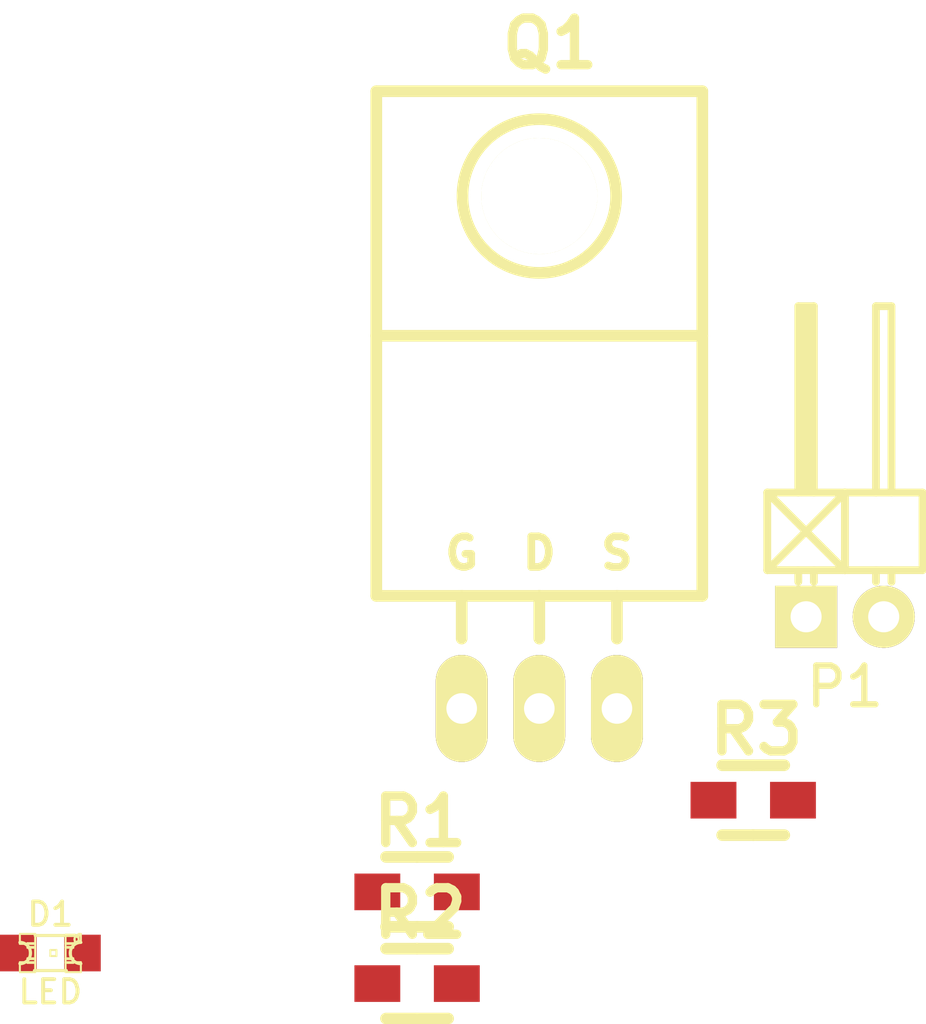
<source format=kicad_pcb>
(kicad_pcb (version 3) (host pcbnew "(2014-06-12 BZR 4941)-kicad")

  (general
    (links 7)
    (no_connects 3)
    (area 0 0 0 0)
    (thickness 1.6)
    (drawings 0)
    (tracks 0)
    (zones 0)
    (modules 6)
    (nets 5)
  )

  (page A4)
  (layers
    (15 F.Cu signal)
    (0 B.Cu signal)
    (16 B.Adhes user)
    (17 F.Adhes user)
    (18 B.Paste user)
    (19 F.Paste user)
    (20 B.SilkS user)
    (21 F.SilkS user)
    (22 B.Mask user)
    (23 F.Mask user)
    (24 Dwgs.User user)
    (25 Cmts.User user)
    (26 Eco1.User user)
    (27 Eco2.User user)
    (28 Edge.Cuts user)
  )

  (setup
    (last_trace_width 0.254)
    (trace_clearance 0.254)
    (zone_clearance 0.508)
    (zone_45_only no)
    (trace_min 0.254)
    (segment_width 0.2)
    (edge_width 0.1)
    (via_size 0.889)
    (via_drill 0.635)
    (via_min_size 0.889)
    (via_min_drill 0.508)
    (uvia_size 0.508)
    (uvia_drill 0.127)
    (uvias_allowed no)
    (uvia_min_size 0.508)
    (uvia_min_drill 0.127)
    (pcb_text_width 0.3)
    (pcb_text_size 1.5 1.5)
    (mod_edge_width 0.15)
    (mod_text_size 1 1)
    (mod_text_width 0.15)
    (pad_size 1.5 1.5)
    (pad_drill 0.6)
    (pad_to_mask_clearance 0)
    (aux_axis_origin 0 0)
    (visible_elements FFFFFF7F)
    (pcbplotparams
      (layerselection 3178497)
      (usegerberextensions true)
      (excludeedgelayer true)
      (linewidth 0.100000)
      (plotframeref false)
      (viasonmask false)
      (mode 1)
      (useauxorigin false)
      (hpglpennumber 1)
      (hpglpenspeed 20)
      (hpglpendiameter 15)
      (hpglpenoverlay 2)
      (psnegative false)
      (psa4output false)
      (plotreference true)
      (plotvalue true)
      (plotinvisibletext false)
      (padsonsilk false)
      (subtractmaskfromsilk false)
      (outputformat 1)
      (mirror false)
      (drillshape 1)
      (scaleselection 1)
      (outputdirectory ""))
  )

  (net 0 "")
  (net 1 "Net-(D1-Pad1)")
  (net 2 GND)
  (net 3 "Net-(P1-Pad2)")
  (net 4 "Net-(Q1-PadG)")

  (net_class Default "This is the default net class."
    (clearance 0.254)
    (trace_width 0.254)
    (via_dia 0.889)
    (via_drill 0.635)
    (uvia_dia 0.508)
    (uvia_drill 0.127)
    (add_net GND)
    (add_net "Net-(D1-Pad1)")
    (add_net "Net-(P1-Pad2)")
    (add_net "Net-(Q1-PadG)")
  )

  (module LEDs:LED-0805 (layer F.Cu) (tedit 539AF6DF) (tstamp 539AF7C4)
    (at 142 98)
    (descr "LED 0805 smd package")
    (tags "LED 0805 SMD")
    (path /52F7A220)
    (attr smd)
    (fp_text reference D1 (at 0 -1.27) (layer F.SilkS)
      (effects (font (size 0.762 0.762) (thickness 0.127)))
    )
    (fp_text value LED (at 0 1.27) (layer F.SilkS)
      (effects (font (size 0.762 0.762) (thickness 0.127)))
    )
    (fp_line (start 0.49784 0.29972) (end 0.49784 0.62484) (layer F.SilkS) (width 0.06604))
    (fp_line (start 0.49784 0.62484) (end 0.99822 0.62484) (layer F.SilkS) (width 0.06604))
    (fp_line (start 0.99822 0.29972) (end 0.99822 0.62484) (layer F.SilkS) (width 0.06604))
    (fp_line (start 0.49784 0.29972) (end 0.99822 0.29972) (layer F.SilkS) (width 0.06604))
    (fp_line (start 0.49784 -0.32258) (end 0.49784 -0.17272) (layer F.SilkS) (width 0.06604))
    (fp_line (start 0.49784 -0.17272) (end 0.7493 -0.17272) (layer F.SilkS) (width 0.06604))
    (fp_line (start 0.7493 -0.32258) (end 0.7493 -0.17272) (layer F.SilkS) (width 0.06604))
    (fp_line (start 0.49784 -0.32258) (end 0.7493 -0.32258) (layer F.SilkS) (width 0.06604))
    (fp_line (start 0.49784 0.17272) (end 0.49784 0.32258) (layer F.SilkS) (width 0.06604))
    (fp_line (start 0.49784 0.32258) (end 0.7493 0.32258) (layer F.SilkS) (width 0.06604))
    (fp_line (start 0.7493 0.17272) (end 0.7493 0.32258) (layer F.SilkS) (width 0.06604))
    (fp_line (start 0.49784 0.17272) (end 0.7493 0.17272) (layer F.SilkS) (width 0.06604))
    (fp_line (start 0.49784 -0.19812) (end 0.49784 0.19812) (layer F.SilkS) (width 0.06604))
    (fp_line (start 0.49784 0.19812) (end 0.6731 0.19812) (layer F.SilkS) (width 0.06604))
    (fp_line (start 0.6731 -0.19812) (end 0.6731 0.19812) (layer F.SilkS) (width 0.06604))
    (fp_line (start 0.49784 -0.19812) (end 0.6731 -0.19812) (layer F.SilkS) (width 0.06604))
    (fp_line (start -0.99822 0.29972) (end -0.99822 0.62484) (layer F.SilkS) (width 0.06604))
    (fp_line (start -0.99822 0.62484) (end -0.49784 0.62484) (layer F.SilkS) (width 0.06604))
    (fp_line (start -0.49784 0.29972) (end -0.49784 0.62484) (layer F.SilkS) (width 0.06604))
    (fp_line (start -0.99822 0.29972) (end -0.49784 0.29972) (layer F.SilkS) (width 0.06604))
    (fp_line (start -0.99822 -0.62484) (end -0.99822 -0.29972) (layer F.SilkS) (width 0.06604))
    (fp_line (start -0.99822 -0.29972) (end -0.49784 -0.29972) (layer F.SilkS) (width 0.06604))
    (fp_line (start -0.49784 -0.62484) (end -0.49784 -0.29972) (layer F.SilkS) (width 0.06604))
    (fp_line (start -0.99822 -0.62484) (end -0.49784 -0.62484) (layer F.SilkS) (width 0.06604))
    (fp_line (start -0.7493 0.17272) (end -0.7493 0.32258) (layer F.SilkS) (width 0.06604))
    (fp_line (start -0.7493 0.32258) (end -0.49784 0.32258) (layer F.SilkS) (width 0.06604))
    (fp_line (start -0.49784 0.17272) (end -0.49784 0.32258) (layer F.SilkS) (width 0.06604))
    (fp_line (start -0.7493 0.17272) (end -0.49784 0.17272) (layer F.SilkS) (width 0.06604))
    (fp_line (start -0.7493 -0.32258) (end -0.7493 -0.17272) (layer F.SilkS) (width 0.06604))
    (fp_line (start -0.7493 -0.17272) (end -0.49784 -0.17272) (layer F.SilkS) (width 0.06604))
    (fp_line (start -0.49784 -0.32258) (end -0.49784 -0.17272) (layer F.SilkS) (width 0.06604))
    (fp_line (start -0.7493 -0.32258) (end -0.49784 -0.32258) (layer F.SilkS) (width 0.06604))
    (fp_line (start -0.6731 -0.19812) (end -0.6731 0.19812) (layer F.SilkS) (width 0.06604))
    (fp_line (start -0.6731 0.19812) (end -0.49784 0.19812) (layer F.SilkS) (width 0.06604))
    (fp_line (start -0.49784 -0.19812) (end -0.49784 0.19812) (layer F.SilkS) (width 0.06604))
    (fp_line (start -0.6731 -0.19812) (end -0.49784 -0.19812) (layer F.SilkS) (width 0.06604))
    (fp_line (start 0 -0.09906) (end 0 0.09906) (layer F.SilkS) (width 0.06604))
    (fp_line (start 0 0.09906) (end 0.19812 0.09906) (layer F.SilkS) (width 0.06604))
    (fp_line (start 0.19812 -0.09906) (end 0.19812 0.09906) (layer F.SilkS) (width 0.06604))
    (fp_line (start 0 -0.09906) (end 0.19812 -0.09906) (layer F.SilkS) (width 0.06604))
    (fp_line (start 0.49784 -0.59944) (end 0.49784 -0.29972) (layer F.SilkS) (width 0.06604))
    (fp_line (start 0.49784 -0.29972) (end 0.79756 -0.29972) (layer F.SilkS) (width 0.06604))
    (fp_line (start 0.79756 -0.59944) (end 0.79756 -0.29972) (layer F.SilkS) (width 0.06604))
    (fp_line (start 0.49784 -0.59944) (end 0.79756 -0.59944) (layer F.SilkS) (width 0.06604))
    (fp_line (start 0.92456 -0.62484) (end 0.92456 -0.39878) (layer F.SilkS) (width 0.06604))
    (fp_line (start 0.92456 -0.39878) (end 0.99822 -0.39878) (layer F.SilkS) (width 0.06604))
    (fp_line (start 0.99822 -0.62484) (end 0.99822 -0.39878) (layer F.SilkS) (width 0.06604))
    (fp_line (start 0.92456 -0.62484) (end 0.99822 -0.62484) (layer F.SilkS) (width 0.06604))
    (fp_line (start 0.52324 0.57404) (end -0.52324 0.57404) (layer F.SilkS) (width 0.1016))
    (fp_line (start -0.49784 -0.57404) (end 0.92456 -0.57404) (layer F.SilkS) (width 0.1016))
    (fp_circle (center 0.84836 -0.44958) (end 0.89916 -0.50038) (layer F.SilkS) (width 0.0508))
    (fp_arc (start 0.99822 0) (end 0.99822 0.34798) (angle 180) (layer F.SilkS) (width 0.1016))
    (fp_arc (start -0.99822 0) (end -0.99822 -0.34798) (angle 180) (layer F.SilkS) (width 0.1016))
    (pad 1 smd rect (at -1.04902 0) (size 1.19888 1.19888) (layers F.Cu F.Paste F.Mask)
      (net 1 "Net-(D1-Pad1)"))
    (pad 2 smd rect (at 1.04902 0) (size 1.19888 1.19888) (layers F.Cu F.Paste F.Mask)
      (net 2 GND))
  )

  (module Pin_Headers:Pin_Header_Angled_1x02 (layer F.Cu) (tedit 539AF6DF) (tstamp 539AF7E3)
    (at 168 87)
    (descr "1 pin")
    (tags "CONN DEV")
    (path /52F7A037)
    (fp_text reference P1 (at 0 2.286) (layer F.SilkS)
      (effects (font (size 1.27 1.27) (thickness 0.2032)))
    )
    (fp_text value INPUT (at 0 0) (layer F.SilkS) hide
      (effects (font (size 1.27 1.27) (thickness 0.2032)))
    )
    (fp_line (start 0 -4.064) (end -2.54 -1.524) (layer F.SilkS) (width 0.254))
    (fp_line (start -2.54 -4.064) (end 0 -1.524) (layer F.SilkS) (width 0.254))
    (fp_line (start -1.397 -4.191) (end -1.397 -10.033) (layer F.SilkS) (width 0.254))
    (fp_line (start -1.397 -10.033) (end -1.143 -10.033) (layer F.SilkS) (width 0.254))
    (fp_line (start -1.143 -10.033) (end -1.143 -4.191) (layer F.SilkS) (width 0.254))
    (fp_line (start -1.143 -4.191) (end -1.27 -4.191) (layer F.SilkS) (width 0.254))
    (fp_line (start -1.27 -4.191) (end -1.27 -10.033) (layer F.SilkS) (width 0.254))
    (fp_line (start -1.524 -1.524) (end -1.524 -1.143) (layer F.SilkS) (width 0.254))
    (fp_line (start -1.016 -1.524) (end -1.016 -1.143) (layer F.SilkS) (width 0.254))
    (fp_line (start 1.016 -1.524) (end 1.016 -1.143) (layer F.SilkS) (width 0.254))
    (fp_line (start 1.524 -1.524) (end 1.524 -1.143) (layer F.SilkS) (width 0.254))
    (fp_line (start -2.54 -1.524) (end -2.54 -4.064) (layer F.SilkS) (width 0.254))
    (fp_line (start 0 -1.524) (end 0 -4.064) (layer F.SilkS) (width 0.254))
    (fp_line (start 0 -1.524) (end 2.54 -1.524) (layer F.SilkS) (width 0.254))
    (fp_line (start 2.54 -1.524) (end 2.54 -4.064) (layer F.SilkS) (width 0.254))
    (fp_line (start 1.016 -4.064) (end 1.016 -10.16) (layer F.SilkS) (width 0.254))
    (fp_line (start 1.016 -10.16) (end 1.524 -10.16) (layer F.SilkS) (width 0.254))
    (fp_line (start 1.524 -10.16) (end 1.524 -4.064) (layer F.SilkS) (width 0.254))
    (fp_line (start 2.54 -4.064) (end 0 -4.064) (layer F.SilkS) (width 0.254))
    (fp_line (start 0 -4.064) (end -2.54 -4.064) (layer F.SilkS) (width 0.254))
    (fp_line (start -1.016 -10.16) (end -1.016 -4.064) (layer F.SilkS) (width 0.254))
    (fp_line (start -1.524 -10.16) (end -1.016 -10.16) (layer F.SilkS) (width 0.254))
    (fp_line (start -1.524 -4.064) (end -1.524 -10.16) (layer F.SilkS) (width 0.254))
    (fp_line (start 0 -1.524) (end 0 -4.064) (layer F.SilkS) (width 0.254))
    (fp_line (start -2.54 -1.524) (end 0 -1.524) (layer F.SilkS) (width 0.254))
    (pad 1 thru_hole rect (at -1.27 0) (size 2.032 2.032) (drill 1.016) (layers *.Cu *.Mask F.SilkS)
      (net 2 GND))
    (pad 2 thru_hole oval (at 1.27 0) (size 2.032 2.032) (drill 1.016) (layers *.Cu *.Mask F.SilkS)
      (net 3 "Net-(P1-Pad2)"))
    (model Pin_Headers/Pin_Header_Angled_1x02.wrl
      (at (xyz 0 0 0))
      (scale (xyz 1 1 1))
      (rotate (xyz 0 0 0))
    )
  )

  (module Transistors_TO-220:TO-220_FET-GDS_Horizontal_LargePads (layer F.Cu) (tedit 539AF62F) (tstamp 539AF7FA)
    (at 158 90)
    (descr "TO-220, FET-GDS, Horizontal, Large Pads,")
    (tags "TO-220, FET-GDS, Horizontal, Large Pads,")
    (path /52F79D2B)
    (fp_text reference Q1 (at 0.35052 -21.75002) (layer F.SilkS)
      (effects (font (thickness 0.3048)))
    )
    (fp_text value SUP85 (at 0.50038 4.59994) (layer F.SilkS) hide
      (effects (font (thickness 0.3048)))
    )
    (fp_text user G (at -2.54 -5.08) (layer F.SilkS)
      (effects (font (size 1.00076 1.00076) (thickness 0.25146)))
    )
    (fp_text user S (at 2.54 -5.08) (layer F.SilkS)
      (effects (font (size 1.00076 1.00076) (thickness 0.25146)))
    )
    (fp_text user D (at 0 -5.08) (layer F.SilkS)
      (effects (font (size 1.00076 1.00076) (thickness 0.25146)))
    )
    (fp_line (start -2.54 -3.683) (end -2.54 -2.286) (layer F.SilkS) (width 0.381))
    (fp_line (start 0 -3.683) (end 0 -2.286) (layer F.SilkS) (width 0.381))
    (fp_line (start 2.54 -3.683) (end 2.54 -2.286) (layer F.SilkS) (width 0.381))
    (fp_circle (center 0 -16.764) (end 1.778 -14.986) (layer F.SilkS) (width 0.381))
    (fp_line (start 5.334 -12.192) (end 5.334 -20.193) (layer F.SilkS) (width 0.381))
    (fp_line (start 5.334 -20.193) (end -5.334 -20.193) (layer F.SilkS) (width 0.381))
    (fp_line (start -5.334 -20.193) (end -5.334 -12.192) (layer F.SilkS) (width 0.381))
    (fp_line (start 5.334 -3.683) (end 5.334 -12.192) (layer F.SilkS) (width 0.381))
    (fp_line (start 5.334 -12.192) (end -5.334 -12.192) (layer F.SilkS) (width 0.381))
    (fp_line (start -5.334 -12.192) (end -5.334 -3.683) (layer F.SilkS) (width 0.381))
    (fp_line (start 0 -3.683) (end -5.334 -3.683) (layer F.SilkS) (width 0.381))
    (fp_line (start 0 -3.683) (end 5.334 -3.683) (layer F.SilkS) (width 0.381))
    (pad D thru_hole oval (at 0 0 90) (size 3.50012 1.69926) (drill 1.00076) (layers *.Cu *.Mask F.SilkS))
    (pad G thru_hole oval (at -2.54 0 90) (size 3.50012 1.69926) (drill 1.00076) (layers *.Cu *.Mask F.SilkS)
      (net 4 "Net-(Q1-PadG)"))
    (pad S thru_hole oval (at 2.54 0 90) (size 3.50012 1.69926) (drill 1.00076) (layers *.Cu *.Mask F.SilkS)
      (net 3 "Net-(P1-Pad2)"))
    (pad "" np_thru_hole circle (at 0 -16.764 90) (size 3.79984 3.79984) (drill 3.79984) (layers *.Cu *.Mask F.SilkS))
    (model Transistor_TO-220_Wings3d_RevB_03Sep2012/TO220-vert_RevB_Faktor03937_03Sep2012.wrl
      (at (xyz 0 0 0))
      (scale (xyz 0.3937 0.3937 0.3937))
      (rotate (xyz 0 0 0))
    )
  )

  (module Resistors_SMD:Resistor_SMD0805_HandSoldering (layer F.Cu) (tedit 539AF62F) (tstamp 539AF804)
    (at 154 96)
    (descr "Resistor, SMD, 0805, Hand soldering,")
    (tags "Resistor, SMD, 0805, Hand soldering,")
    (path /52F7A096)
    (attr smd)
    (fp_text reference R1 (at 0.09906 -2.30124) (layer F.SilkS)
      (effects (font (thickness 0.3048)))
    )
    (fp_text value 10K (at 0.20066 2.60096) (layer F.SilkS) hide
      (effects (font (thickness 0.3048)))
    )
    (fp_line (start 0 -1.143) (end -1.016 -1.143) (layer F.SilkS) (width 0.381))
    (fp_line (start 0 -1.143) (end 1.016 -1.143) (layer F.SilkS) (width 0.381))
    (fp_line (start 0 1.143) (end -1.016 1.143) (layer F.SilkS) (width 0.381))
    (fp_line (start 0 1.143) (end 1.016 1.143) (layer F.SilkS) (width 0.381))
    (pad 1 smd rect (at -1.30048 0) (size 1.50114 1.19888) (layers F.Cu F.Paste F.Mask))
    (pad 2 smd rect (at 1.30048 0) (size 1.50114 1.19888) (layers F.Cu F.Paste F.Mask)
      (net 4 "Net-(Q1-PadG)"))
  )

  (module Resistors_SMD:Resistor_SMD0805_HandSoldering (layer F.Cu) (tedit 539AF62F) (tstamp 539AF80E)
    (at 154 99)
    (descr "Resistor, SMD, 0805, Hand soldering,")
    (tags "Resistor, SMD, 0805, Hand soldering,")
    (path /52F7A0A8)
    (attr smd)
    (fp_text reference R2 (at 0.09906 -2.30124) (layer F.SilkS)
      (effects (font (thickness 0.3048)))
    )
    (fp_text value 1K (at 0.20066 2.60096) (layer F.SilkS) hide
      (effects (font (thickness 0.3048)))
    )
    (fp_line (start 0 -1.143) (end -1.016 -1.143) (layer F.SilkS) (width 0.381))
    (fp_line (start 0 -1.143) (end 1.016 -1.143) (layer F.SilkS) (width 0.381))
    (fp_line (start 0 1.143) (end -1.016 1.143) (layer F.SilkS) (width 0.381))
    (fp_line (start 0 1.143) (end 1.016 1.143) (layer F.SilkS) (width 0.381))
    (pad 1 smd rect (at -1.30048 0) (size 1.50114 1.19888) (layers F.Cu F.Paste F.Mask)
      (net 2 GND))
    (pad 2 smd rect (at 1.30048 0) (size 1.50114 1.19888) (layers F.Cu F.Paste F.Mask)
      (net 4 "Net-(Q1-PadG)"))
  )

  (module Resistors_SMD:Resistor_SMD0805_HandSoldering (layer F.Cu) (tedit 539AF62F) (tstamp 539AF818)
    (at 165 93)
    (descr "Resistor, SMD, 0805, Hand soldering,")
    (tags "Resistor, SMD, 0805, Hand soldering,")
    (path /52F7A23C)
    (attr smd)
    (fp_text reference R3 (at 0.09906 -2.30124) (layer F.SilkS)
      (effects (font (thickness 0.3048)))
    )
    (fp_text value 330 (at 0.20066 2.60096) (layer F.SilkS) hide
      (effects (font (thickness 0.3048)))
    )
    (fp_line (start 0 -1.143) (end -1.016 -1.143) (layer F.SilkS) (width 0.381))
    (fp_line (start 0 -1.143) (end 1.016 -1.143) (layer F.SilkS) (width 0.381))
    (fp_line (start 0 1.143) (end -1.016 1.143) (layer F.SilkS) (width 0.381))
    (fp_line (start 0 1.143) (end 1.016 1.143) (layer F.SilkS) (width 0.381))
    (pad 1 smd rect (at -1.30048 0) (size 1.50114 1.19888) (layers F.Cu F.Paste F.Mask)
      (net 1 "Net-(D1-Pad1)"))
    (pad 2 smd rect (at 1.30048 0) (size 1.50114 1.19888) (layers F.Cu F.Paste F.Mask)
      (net 4 "Net-(Q1-PadG)"))
  )

)

</source>
